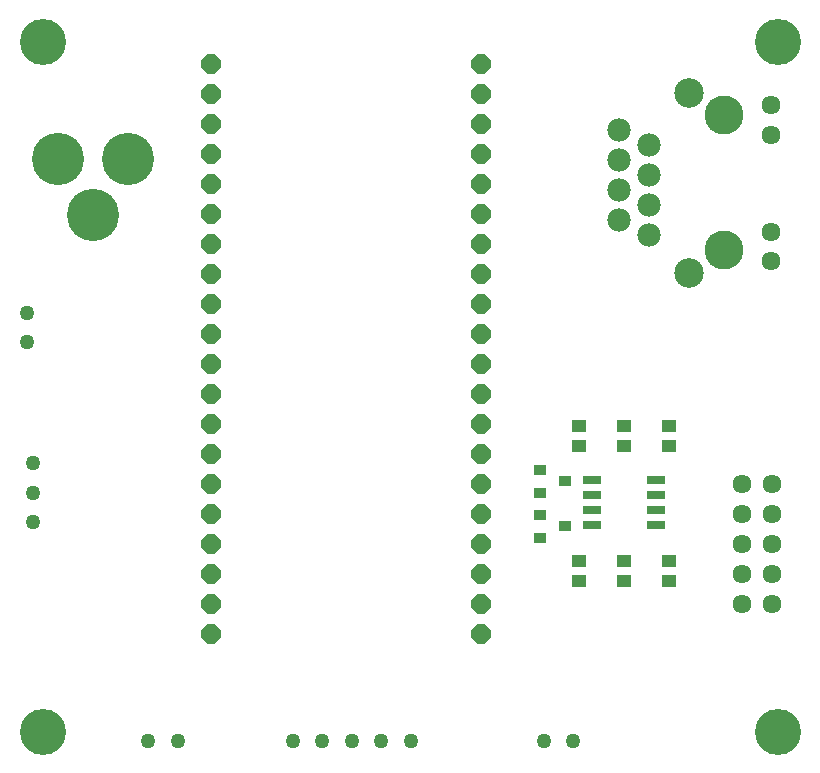
<source format=gbr>
G04 EAGLE Gerber X2 export*
%TF.Part,Single*%
%TF.FileFunction,Soldermask,Top,1*%
%TF.FilePolarity,Negative*%
%TF.GenerationSoftware,Autodesk,EAGLE,9.1.1*%
%TF.CreationDate,2018-08-07T16:54:33Z*%
G75*
%MOMM*%
%FSLAX34Y34*%
%LPD*%
%AMOC8*
5,1,8,0,0,1.08239X$1,22.5*%
G01*
%ADD10C,3.901600*%
%ADD11C,1.981200*%
%ADD12C,2.501600*%
%ADD13C,1.609600*%
%ADD14C,3.301600*%
%ADD15C,4.419600*%
%ADD16P,1.742215X8X22.500000*%
%ADD17R,1.625600X0.711200*%
%ADD18R,1.001600X0.901600*%
%ADD19R,1.201600X1.101600*%
%ADD20C,1.259600*%


D10*
X38100Y622300D03*
X38100Y38100D03*
X660400Y622300D03*
X660400Y38100D03*
D11*
X526350Y547010D03*
X551750Y534310D03*
X526350Y521610D03*
X526350Y496210D03*
X526350Y470810D03*
X551750Y508910D03*
X551750Y483510D03*
X551750Y458110D03*
D12*
X585200Y426360D03*
X585200Y578360D03*
D13*
X655200Y436360D03*
X655200Y568360D03*
X655200Y543360D03*
X655200Y461360D03*
D14*
X615250Y445410D03*
X615250Y559710D03*
D15*
X110800Y522460D03*
X50800Y522460D03*
X80800Y475460D03*
D16*
X180800Y603560D03*
X180800Y578160D03*
X180800Y552760D03*
X180800Y527360D03*
X180800Y501960D03*
X180800Y476560D03*
X180800Y451160D03*
X180800Y425760D03*
X180800Y400360D03*
X180800Y374960D03*
X180800Y349560D03*
X180800Y324160D03*
X180800Y298760D03*
X180800Y273360D03*
X180800Y247960D03*
X180800Y222560D03*
X180800Y197160D03*
X180800Y171760D03*
X180800Y146360D03*
X180800Y120960D03*
X409400Y120960D03*
X409400Y146360D03*
X409400Y171760D03*
X409400Y197160D03*
X409400Y222560D03*
X409400Y247960D03*
X409400Y273360D03*
X409400Y298760D03*
X409400Y324160D03*
X409400Y349560D03*
X409400Y374960D03*
X409400Y400360D03*
X409400Y425760D03*
X409400Y451160D03*
X409400Y476560D03*
X409400Y501960D03*
X409400Y527360D03*
X409400Y552760D03*
X409400Y578160D03*
X409400Y603560D03*
D17*
X503522Y251210D03*
X503522Y238510D03*
X503522Y225810D03*
X503522Y213110D03*
X557878Y213110D03*
X557878Y225810D03*
X557878Y238510D03*
X557878Y251210D03*
D13*
X655400Y146360D03*
X630000Y146360D03*
X655400Y171760D03*
X630000Y171760D03*
X655400Y197160D03*
X630000Y197160D03*
X655400Y222560D03*
X630000Y222560D03*
X655400Y247960D03*
X630000Y247960D03*
D18*
X459500Y259360D03*
X459500Y240360D03*
X480500Y249860D03*
X459500Y221260D03*
X459500Y202260D03*
X480500Y211760D03*
D19*
X568800Y182160D03*
X568800Y165160D03*
X568800Y279860D03*
X568800Y296860D03*
X492600Y296860D03*
X492600Y279860D03*
X492600Y165160D03*
X492600Y182160D03*
X530700Y182160D03*
X530700Y165160D03*
X530700Y279860D03*
X530700Y296860D03*
D20*
X25000Y367660D03*
X25000Y392660D03*
X350000Y30160D03*
X325000Y30160D03*
X300000Y30160D03*
X275000Y30160D03*
X250000Y30160D03*
X30000Y215160D03*
X30000Y240160D03*
X30000Y265160D03*
X487500Y30160D03*
X462500Y30160D03*
X152500Y30160D03*
X127500Y30160D03*
M02*

</source>
